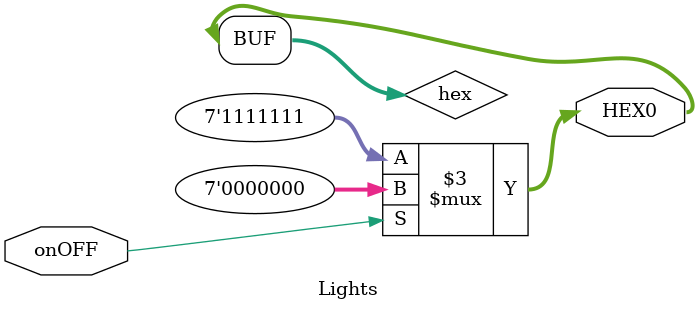
<source format=v>
module Lights(onOFF, HEX0);
	input onOFF;
	output [0:6] HEX0;
	
	reg [0:6] hex; //variable hex
	assign HEX0 = hex;
	
	always @(onOFF) begin
		if(onOFF) begin
			hex = 7'b0000000;
		end else begin
			hex = 7'b1111111;
		end
	end //always
endmodule

</source>
